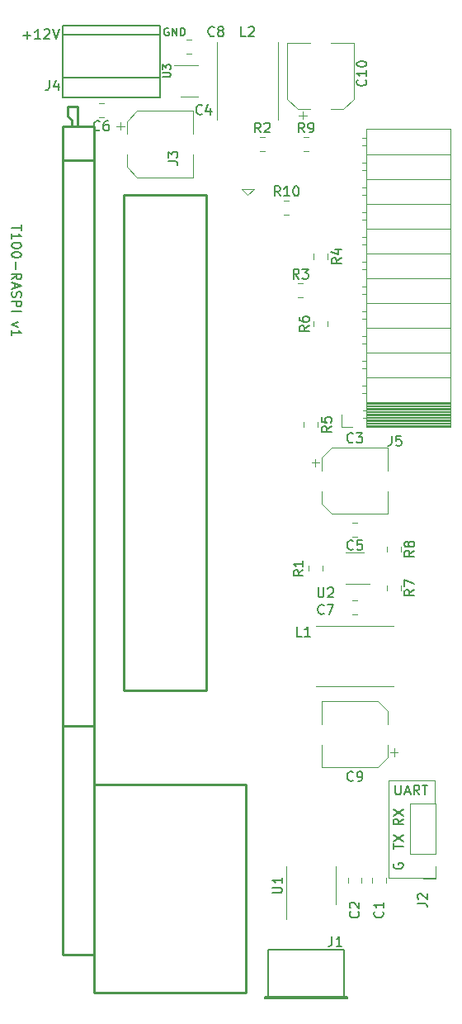
<source format=gbr>
G04 #@! TF.GenerationSoftware,KiCad,Pcbnew,5.1.5+dfsg1-2build2*
G04 #@! TF.CreationDate,2021-01-21T00:37:08+01:00*
G04 #@! TF.ProjectId,t100-raspi,74313030-2d72-4617-9370-692e6b696361,rev?*
G04 #@! TF.SameCoordinates,Original*
G04 #@! TF.FileFunction,Legend,Top*
G04 #@! TF.FilePolarity,Positive*
%FSLAX46Y46*%
G04 Gerber Fmt 4.6, Leading zero omitted, Abs format (unit mm)*
G04 Created by KiCad (PCBNEW 5.1.5+dfsg1-2build2) date 2021-01-21 00:37:08*
%MOMM*%
%LPD*%
G04 APERTURE LIST*
%ADD10C,0.150000*%
%ADD11C,0.120000*%
%ADD12C,0.254000*%
%ADD13C,0.200660*%
G04 APERTURE END LIST*
D10*
X80797619Y-70785714D02*
X80797619Y-71357142D01*
X79797619Y-71071428D02*
X80797619Y-71071428D01*
X79797619Y-72214285D02*
X79797619Y-71642857D01*
X79797619Y-71928571D02*
X80797619Y-71928571D01*
X80654761Y-71833333D01*
X80559523Y-71738095D01*
X80511904Y-71642857D01*
X80797619Y-72833333D02*
X80797619Y-72928571D01*
X80750000Y-73023809D01*
X80702380Y-73071428D01*
X80607142Y-73119047D01*
X80416666Y-73166666D01*
X80178571Y-73166666D01*
X79988095Y-73119047D01*
X79892857Y-73071428D01*
X79845238Y-73023809D01*
X79797619Y-72928571D01*
X79797619Y-72833333D01*
X79845238Y-72738095D01*
X79892857Y-72690476D01*
X79988095Y-72642857D01*
X80178571Y-72595238D01*
X80416666Y-72595238D01*
X80607142Y-72642857D01*
X80702380Y-72690476D01*
X80750000Y-72738095D01*
X80797619Y-72833333D01*
X80797619Y-73785714D02*
X80797619Y-73880952D01*
X80750000Y-73976190D01*
X80702380Y-74023809D01*
X80607142Y-74071428D01*
X80416666Y-74119047D01*
X80178571Y-74119047D01*
X79988095Y-74071428D01*
X79892857Y-74023809D01*
X79845238Y-73976190D01*
X79797619Y-73880952D01*
X79797619Y-73785714D01*
X79845238Y-73690476D01*
X79892857Y-73642857D01*
X79988095Y-73595238D01*
X80178571Y-73547619D01*
X80416666Y-73547619D01*
X80607142Y-73595238D01*
X80702380Y-73642857D01*
X80750000Y-73690476D01*
X80797619Y-73785714D01*
X80178571Y-74547619D02*
X80178571Y-75309523D01*
X79797619Y-76357142D02*
X80273809Y-76023809D01*
X79797619Y-75785714D02*
X80797619Y-75785714D01*
X80797619Y-76166666D01*
X80750000Y-76261904D01*
X80702380Y-76309523D01*
X80607142Y-76357142D01*
X80464285Y-76357142D01*
X80369047Y-76309523D01*
X80321428Y-76261904D01*
X80273809Y-76166666D01*
X80273809Y-75785714D01*
X80083333Y-76738095D02*
X80083333Y-77214285D01*
X79797619Y-76642857D02*
X80797619Y-76976190D01*
X79797619Y-77309523D01*
X79845238Y-77595238D02*
X79797619Y-77738095D01*
X79797619Y-77976190D01*
X79845238Y-78071428D01*
X79892857Y-78119047D01*
X79988095Y-78166666D01*
X80083333Y-78166666D01*
X80178571Y-78119047D01*
X80226190Y-78071428D01*
X80273809Y-77976190D01*
X80321428Y-77785714D01*
X80369047Y-77690476D01*
X80416666Y-77642857D01*
X80511904Y-77595238D01*
X80607142Y-77595238D01*
X80702380Y-77642857D01*
X80750000Y-77690476D01*
X80797619Y-77785714D01*
X80797619Y-78023809D01*
X80750000Y-78166666D01*
X79797619Y-78595238D02*
X80797619Y-78595238D01*
X80797619Y-78976190D01*
X80750000Y-79071428D01*
X80702380Y-79119047D01*
X80607142Y-79166666D01*
X80464285Y-79166666D01*
X80369047Y-79119047D01*
X80321428Y-79071428D01*
X80273809Y-78976190D01*
X80273809Y-78595238D01*
X79797619Y-79595238D02*
X80797619Y-79595238D01*
X80464285Y-80738095D02*
X79797619Y-80976190D01*
X80464285Y-81214285D01*
X79797619Y-82119047D02*
X79797619Y-81547619D01*
X79797619Y-81833333D02*
X80797619Y-81833333D01*
X80654761Y-81738095D01*
X80559523Y-81642857D01*
X80511904Y-81547619D01*
X80988095Y-51321428D02*
X81750000Y-51321428D01*
X81369047Y-51702380D02*
X81369047Y-50940476D01*
X82750000Y-51702380D02*
X82178571Y-51702380D01*
X82464285Y-51702380D02*
X82464285Y-50702380D01*
X82369047Y-50845238D01*
X82273809Y-50940476D01*
X82178571Y-50988095D01*
X83130952Y-50797619D02*
X83178571Y-50750000D01*
X83273809Y-50702380D01*
X83511904Y-50702380D01*
X83607142Y-50750000D01*
X83654761Y-50797619D01*
X83702380Y-50892857D01*
X83702380Y-50988095D01*
X83654761Y-51130952D01*
X83083333Y-51702380D01*
X83702380Y-51702380D01*
X83988095Y-50702380D02*
X84321428Y-51702380D01*
X84654761Y-50702380D01*
X95890476Y-50600000D02*
X95814285Y-50561904D01*
X95700000Y-50561904D01*
X95585714Y-50600000D01*
X95509523Y-50676190D01*
X95471428Y-50752380D01*
X95433333Y-50904761D01*
X95433333Y-51019047D01*
X95471428Y-51171428D01*
X95509523Y-51247619D01*
X95585714Y-51323809D01*
X95700000Y-51361904D01*
X95776190Y-51361904D01*
X95890476Y-51323809D01*
X95928571Y-51285714D01*
X95928571Y-51019047D01*
X95776190Y-51019047D01*
X96271428Y-51361904D02*
X96271428Y-50561904D01*
X96728571Y-51361904D01*
X96728571Y-50561904D01*
X97109523Y-51361904D02*
X97109523Y-50561904D01*
X97300000Y-50561904D01*
X97414285Y-50600000D01*
X97490476Y-50676190D01*
X97528571Y-50752380D01*
X97566666Y-50904761D01*
X97566666Y-51019047D01*
X97528571Y-51171428D01*
X97490476Y-51247619D01*
X97414285Y-51323809D01*
X97300000Y-51361904D01*
X97109523Y-51361904D01*
D11*
X123250000Y-127750000D02*
X123250000Y-130000000D01*
X118500000Y-127750000D02*
X123250000Y-127750000D01*
X118500000Y-137750000D02*
X118500000Y-127750000D01*
X118500000Y-137750000D02*
X123250000Y-137750000D01*
D10*
X119000000Y-136238095D02*
X118952380Y-136333333D01*
X118952380Y-136476190D01*
X119000000Y-136619047D01*
X119095238Y-136714285D01*
X119190476Y-136761904D01*
X119380952Y-136809523D01*
X119523809Y-136809523D01*
X119714285Y-136761904D01*
X119809523Y-136714285D01*
X119904761Y-136619047D01*
X119952380Y-136476190D01*
X119952380Y-136380952D01*
X119904761Y-136238095D01*
X119857142Y-136190476D01*
X119523809Y-136190476D01*
X119523809Y-136380952D01*
X119952380Y-131666666D02*
X119476190Y-132000000D01*
X119952380Y-132238095D02*
X118952380Y-132238095D01*
X118952380Y-131857142D01*
X119000000Y-131761904D01*
X119047619Y-131714285D01*
X119142857Y-131666666D01*
X119285714Y-131666666D01*
X119380952Y-131714285D01*
X119428571Y-131761904D01*
X119476190Y-131857142D01*
X119476190Y-132238095D01*
X118952380Y-131333333D02*
X119952380Y-130666666D01*
X118952380Y-130666666D02*
X119952380Y-131333333D01*
X118952380Y-134761904D02*
X118952380Y-134190476D01*
X119952380Y-134476190D02*
X118952380Y-134476190D01*
X118952380Y-133952380D02*
X119952380Y-133285714D01*
X118952380Y-133285714D02*
X119952380Y-133952380D01*
X119154761Y-128202380D02*
X119154761Y-129011904D01*
X119202380Y-129107142D01*
X119250000Y-129154761D01*
X119345238Y-129202380D01*
X119535714Y-129202380D01*
X119630952Y-129154761D01*
X119678571Y-129107142D01*
X119726190Y-129011904D01*
X119726190Y-128202380D01*
X120154761Y-128916666D02*
X120630952Y-128916666D01*
X120059523Y-129202380D02*
X120392857Y-128202380D01*
X120726190Y-129202380D01*
X121630952Y-129202380D02*
X121297619Y-128726190D01*
X121059523Y-129202380D02*
X121059523Y-128202380D01*
X121440476Y-128202380D01*
X121535714Y-128250000D01*
X121583333Y-128297619D01*
X121630952Y-128392857D01*
X121630952Y-128535714D01*
X121583333Y-128630952D01*
X121535714Y-128678571D01*
X121440476Y-128726190D01*
X121059523Y-128726190D01*
X121916666Y-128202380D02*
X122488095Y-128202380D01*
X122202380Y-129202380D02*
X122202380Y-128202380D01*
D12*
X85020000Y-122130001D02*
X88220000Y-122130001D01*
X85020000Y-64130001D02*
X88220000Y-64130001D01*
D11*
X104635000Y-67095000D02*
X104000000Y-67730000D01*
X103365000Y-67095000D02*
X104635000Y-67095000D01*
X104000000Y-67730000D02*
X103365000Y-67095000D01*
D12*
X85570000Y-59526447D02*
X85920000Y-60083554D01*
X85570000Y-58630000D02*
X85570000Y-59526447D01*
X86570000Y-58630000D02*
X85570000Y-58630000D01*
X86570000Y-58630000D02*
X86570000Y-60630001D01*
X99760000Y-67730001D02*
X99760000Y-118530000D01*
X91260000Y-67730001D02*
X99760000Y-67730001D01*
X91260000Y-118530000D02*
X91260000Y-67730001D01*
X99760000Y-118530000D02*
X91260000Y-118530000D01*
X88220000Y-60630001D02*
X85020000Y-60630001D01*
X88220000Y-145630000D02*
X85020000Y-145630000D01*
X88220000Y-149523826D02*
X88220000Y-128123826D01*
X103820001Y-149523826D02*
X103820001Y-128123826D01*
X103820001Y-149523826D02*
X88220000Y-149523826D01*
X103820001Y-128123826D02*
X88220000Y-128123826D01*
X88220000Y-145630000D02*
X88220000Y-60630001D01*
X85020000Y-145630000D02*
X85020000Y-60630001D01*
X85920000Y-60083554D02*
X85920000Y-60630001D01*
D11*
X98900000Y-54390000D02*
X96450000Y-54390000D01*
X97100000Y-57610000D02*
X98900000Y-57610000D01*
X114100000Y-107610000D02*
X116550000Y-107610000D01*
X115900000Y-104390000D02*
X114100000Y-104390000D01*
X107940000Y-138500000D02*
X107940000Y-141950000D01*
X107940000Y-138500000D02*
X107940000Y-136550000D01*
X113060000Y-138500000D02*
X113060000Y-140450000D01*
X113060000Y-138500000D02*
X113060000Y-136550000D01*
X107741422Y-69710000D02*
X108258578Y-69710000D01*
X107741422Y-68290000D02*
X108258578Y-68290000D01*
X109741422Y-63210000D02*
X110258578Y-63210000D01*
X109741422Y-61790000D02*
X110258578Y-61790000D01*
X118290000Y-103741422D02*
X118290000Y-104258578D01*
X119710000Y-103741422D02*
X119710000Y-104258578D01*
X118290000Y-107741422D02*
X118290000Y-108258578D01*
X119710000Y-107741422D02*
X119710000Y-108258578D01*
X112210000Y-81196078D02*
X112210000Y-80678922D01*
X110790000Y-81196078D02*
X110790000Y-80678922D01*
X109790000Y-90991422D02*
X109790000Y-91508578D01*
X111210000Y-90991422D02*
X111210000Y-91508578D01*
X110790000Y-73741422D02*
X110790000Y-74258578D01*
X112210000Y-73741422D02*
X112210000Y-74258578D01*
X109178922Y-78210000D02*
X109696078Y-78210000D01*
X109178922Y-76790000D02*
X109696078Y-76790000D01*
X105241422Y-63210000D02*
X105758578Y-63210000D01*
X105241422Y-61790000D02*
X105758578Y-61790000D01*
X110290000Y-105741422D02*
X110290000Y-106258578D01*
X111710000Y-105741422D02*
X111710000Y-106258578D01*
X100900000Y-52000000D02*
X100900000Y-60000000D01*
X107100000Y-52000000D02*
X107100000Y-60000000D01*
X111000000Y-118100000D02*
X119000000Y-118100000D01*
X111000000Y-111900000D02*
X119000000Y-111900000D01*
X114750000Y-91520000D02*
X113640000Y-91520000D01*
X113640000Y-91520000D02*
X113640000Y-90190000D01*
X124840000Y-91520000D02*
X124840000Y-60920000D01*
X124840000Y-60920000D02*
X116210000Y-60920000D01*
X116210000Y-91520000D02*
X116210000Y-60920000D01*
X124840000Y-91520000D02*
X116210000Y-91520000D01*
X124840000Y-63520000D02*
X116210000Y-63520000D01*
X124840000Y-66060000D02*
X116210000Y-66060000D01*
X124840000Y-68600000D02*
X116210000Y-68600000D01*
X124840000Y-71140000D02*
X116210000Y-71140000D01*
X124840000Y-73680000D02*
X116210000Y-73680000D01*
X124840000Y-76220000D02*
X116210000Y-76220000D01*
X124840000Y-78760000D02*
X116210000Y-78760000D01*
X124840000Y-81300000D02*
X116210000Y-81300000D01*
X124840000Y-83840000D02*
X116210000Y-83840000D01*
X124840000Y-86380000D02*
X116210000Y-86380000D01*
X124840000Y-88920000D02*
X116210000Y-88920000D01*
X116210000Y-61890000D02*
X115800000Y-61890000D01*
X116210000Y-62610000D02*
X115800000Y-62610000D01*
X116210000Y-64430000D02*
X115800000Y-64430000D01*
X116210000Y-65150000D02*
X115800000Y-65150000D01*
X116210000Y-66970000D02*
X115800000Y-66970000D01*
X116210000Y-67690000D02*
X115800000Y-67690000D01*
X116210000Y-69510000D02*
X115800000Y-69510000D01*
X116210000Y-70230000D02*
X115800000Y-70230000D01*
X116210000Y-72050000D02*
X115800000Y-72050000D01*
X116210000Y-72770000D02*
X115800000Y-72770000D01*
X116210000Y-74590000D02*
X115800000Y-74590000D01*
X116210000Y-75310000D02*
X115800000Y-75310000D01*
X116210000Y-77130000D02*
X115800000Y-77130000D01*
X116210000Y-77850000D02*
X115800000Y-77850000D01*
X116210000Y-79670000D02*
X115800000Y-79670000D01*
X116210000Y-80390000D02*
X115800000Y-80390000D01*
X116210000Y-82210000D02*
X115800000Y-82210000D01*
X116210000Y-82930000D02*
X115800000Y-82930000D01*
X116210000Y-84750000D02*
X115800000Y-84750000D01*
X116210000Y-85470000D02*
X115800000Y-85470000D01*
X116210000Y-87290000D02*
X115800000Y-87290000D01*
X116210000Y-88010000D02*
X115800000Y-88010000D01*
X116210000Y-89830000D02*
X115860000Y-89830000D01*
X116210000Y-90550000D02*
X115860000Y-90550000D01*
X124840000Y-89038100D02*
X116210000Y-89038100D01*
X124840000Y-89156195D02*
X116210000Y-89156195D01*
X124840000Y-89274290D02*
X116210000Y-89274290D01*
X124840000Y-89392385D02*
X116210000Y-89392385D01*
X124840000Y-89510480D02*
X116210000Y-89510480D01*
X124840000Y-89628575D02*
X116210000Y-89628575D01*
X124840000Y-89746670D02*
X116210000Y-89746670D01*
X124840000Y-89864765D02*
X116210000Y-89864765D01*
X124840000Y-89982860D02*
X116210000Y-89982860D01*
X124840000Y-90100955D02*
X116210000Y-90100955D01*
X124840000Y-90219050D02*
X116210000Y-90219050D01*
X124840000Y-90337145D02*
X116210000Y-90337145D01*
X124840000Y-90455240D02*
X116210000Y-90455240D01*
X124840000Y-90573335D02*
X116210000Y-90573335D01*
X124840000Y-90691430D02*
X116210000Y-90691430D01*
X124840000Y-90809525D02*
X116210000Y-90809525D01*
X124840000Y-90927620D02*
X116210000Y-90927620D01*
X124840000Y-91045715D02*
X116210000Y-91045715D01*
X124840000Y-91163810D02*
X116210000Y-91163810D01*
X124840000Y-91281905D02*
X116210000Y-91281905D01*
X124840000Y-91400000D02*
X116210000Y-91400000D01*
D10*
X95000000Y-57700000D02*
X85000000Y-57700000D01*
X85000000Y-57700000D02*
X85000000Y-50300000D01*
X85000000Y-50300000D02*
X95000000Y-50300000D01*
X95000000Y-50300000D02*
X95000000Y-57700000D01*
X95000000Y-55700000D02*
X85000000Y-55700000D01*
X95000000Y-51300000D02*
X85000000Y-51300000D01*
D11*
X123330000Y-137830000D02*
X122000000Y-137830000D01*
X123330000Y-136500000D02*
X123330000Y-137830000D01*
X123330000Y-135230000D02*
X120670000Y-135230000D01*
X120670000Y-135230000D02*
X120670000Y-130090000D01*
X123330000Y-135230000D02*
X123330000Y-130090000D01*
X123330000Y-130090000D02*
X120670000Y-130090000D01*
D13*
X113898900Y-145099320D02*
X113898900Y-150100580D01*
X106101100Y-145099320D02*
X113898900Y-145099320D01*
X106101100Y-150100580D02*
X106101100Y-145099320D01*
X105798840Y-149899920D02*
X105798840Y-150100580D01*
X114201160Y-149899920D02*
X105798840Y-149899920D01*
X114201160Y-150100580D02*
X114201160Y-149899920D01*
X105798840Y-150100580D02*
X114201160Y-150100580D01*
X105798840Y-149998980D02*
X114201160Y-149998980D01*
D11*
X109258750Y-59543750D02*
X110046250Y-59543750D01*
X109652500Y-59937500D02*
X109652500Y-59150000D01*
X113845563Y-58910000D02*
X114910000Y-57845563D01*
X109154437Y-58910000D02*
X108090000Y-57845563D01*
X109154437Y-58910000D02*
X110440000Y-58910000D01*
X113845563Y-58910000D02*
X112560000Y-58910000D01*
X114910000Y-57845563D02*
X114910000Y-52090000D01*
X108090000Y-57845563D02*
X108090000Y-52090000D01*
X108090000Y-52090000D02*
X110440000Y-52090000D01*
X114910000Y-52090000D02*
X112560000Y-52090000D01*
X119043750Y-125241250D02*
X119043750Y-124453750D01*
X119437500Y-124847500D02*
X118650000Y-124847500D01*
X118410000Y-120654437D02*
X117345563Y-119590000D01*
X118410000Y-125345563D02*
X117345563Y-126410000D01*
X118410000Y-125345563D02*
X118410000Y-124060000D01*
X118410000Y-120654437D02*
X118410000Y-121940000D01*
X117345563Y-119590000D02*
X111590000Y-119590000D01*
X117345563Y-126410000D02*
X111590000Y-126410000D01*
X111590000Y-126410000D02*
X111590000Y-124060000D01*
X111590000Y-119590000D02*
X111590000Y-121940000D01*
X97741422Y-53210000D02*
X98258578Y-53210000D01*
X97741422Y-51790000D02*
X98258578Y-51790000D01*
X115258578Y-109290000D02*
X114741422Y-109290000D01*
X115258578Y-110710000D02*
X114741422Y-110710000D01*
X89258578Y-58290000D02*
X88741422Y-58290000D01*
X89258578Y-59710000D02*
X88741422Y-59710000D01*
X115258578Y-101290000D02*
X114741422Y-101290000D01*
X115258578Y-102710000D02*
X114741422Y-102710000D01*
X90956250Y-60258750D02*
X90956250Y-61046250D01*
X90562500Y-60652500D02*
X91350000Y-60652500D01*
X91590000Y-64845563D02*
X92654437Y-65910000D01*
X91590000Y-60154437D02*
X92654437Y-59090000D01*
X91590000Y-60154437D02*
X91590000Y-61440000D01*
X91590000Y-64845563D02*
X91590000Y-63560000D01*
X92654437Y-65910000D02*
X98410000Y-65910000D01*
X92654437Y-59090000D02*
X98410000Y-59090000D01*
X98410000Y-59090000D02*
X98410000Y-61440000D01*
X98410000Y-65910000D02*
X98410000Y-63560000D01*
X110956250Y-94758750D02*
X110956250Y-95546250D01*
X110562500Y-95152500D02*
X111350000Y-95152500D01*
X111590000Y-99345563D02*
X112654437Y-100410000D01*
X111590000Y-94654437D02*
X112654437Y-93590000D01*
X111590000Y-94654437D02*
X111590000Y-95940000D01*
X111590000Y-99345563D02*
X111590000Y-98060000D01*
X112654437Y-100410000D02*
X118410000Y-100410000D01*
X112654437Y-93590000D02*
X118410000Y-93590000D01*
X118410000Y-93590000D02*
X118410000Y-95940000D01*
X118410000Y-100410000D02*
X118410000Y-98060000D01*
X114290000Y-137738748D02*
X114290000Y-138261252D01*
X115710000Y-137738748D02*
X115710000Y-138261252D01*
X116790000Y-137738748D02*
X116790000Y-138261252D01*
X118210000Y-137738748D02*
X118210000Y-138261252D01*
D10*
X95832380Y-64253333D02*
X96546666Y-64253333D01*
X96689523Y-64300952D01*
X96784761Y-64396190D01*
X96832380Y-64539047D01*
X96832380Y-64634285D01*
X95832380Y-63872380D02*
X95832380Y-63253333D01*
X96213333Y-63586666D01*
X96213333Y-63443809D01*
X96260952Y-63348571D01*
X96308571Y-63300952D01*
X96403809Y-63253333D01*
X96641904Y-63253333D01*
X96737142Y-63300952D01*
X96784761Y-63348571D01*
X96832380Y-63443809D01*
X96832380Y-63729523D01*
X96784761Y-63824761D01*
X96737142Y-63872380D01*
X95311904Y-55609523D02*
X95959523Y-55609523D01*
X96035714Y-55571428D01*
X96073809Y-55533333D01*
X96111904Y-55457142D01*
X96111904Y-55304761D01*
X96073809Y-55228571D01*
X96035714Y-55190476D01*
X95959523Y-55152380D01*
X95311904Y-55152380D01*
X95311904Y-54847619D02*
X95311904Y-54352380D01*
X95616666Y-54619047D01*
X95616666Y-54504761D01*
X95654761Y-54428571D01*
X95692857Y-54390476D01*
X95769047Y-54352380D01*
X95959523Y-54352380D01*
X96035714Y-54390476D01*
X96073809Y-54428571D01*
X96111904Y-54504761D01*
X96111904Y-54733333D01*
X96073809Y-54809523D01*
X96035714Y-54847619D01*
X111238095Y-107952380D02*
X111238095Y-108761904D01*
X111285714Y-108857142D01*
X111333333Y-108904761D01*
X111428571Y-108952380D01*
X111619047Y-108952380D01*
X111714285Y-108904761D01*
X111761904Y-108857142D01*
X111809523Y-108761904D01*
X111809523Y-107952380D01*
X112238095Y-108047619D02*
X112285714Y-108000000D01*
X112380952Y-107952380D01*
X112619047Y-107952380D01*
X112714285Y-108000000D01*
X112761904Y-108047619D01*
X112809523Y-108142857D01*
X112809523Y-108238095D01*
X112761904Y-108380952D01*
X112190476Y-108952380D01*
X112809523Y-108952380D01*
X106552380Y-139261904D02*
X107361904Y-139261904D01*
X107457142Y-139214285D01*
X107504761Y-139166666D01*
X107552380Y-139071428D01*
X107552380Y-138880952D01*
X107504761Y-138785714D01*
X107457142Y-138738095D01*
X107361904Y-138690476D01*
X106552380Y-138690476D01*
X107552380Y-137690476D02*
X107552380Y-138261904D01*
X107552380Y-137976190D02*
X106552380Y-137976190D01*
X106695238Y-138071428D01*
X106790476Y-138166666D01*
X106838095Y-138261904D01*
X107357142Y-67802380D02*
X107023809Y-67326190D01*
X106785714Y-67802380D02*
X106785714Y-66802380D01*
X107166666Y-66802380D01*
X107261904Y-66850000D01*
X107309523Y-66897619D01*
X107357142Y-66992857D01*
X107357142Y-67135714D01*
X107309523Y-67230952D01*
X107261904Y-67278571D01*
X107166666Y-67326190D01*
X106785714Y-67326190D01*
X108309523Y-67802380D02*
X107738095Y-67802380D01*
X108023809Y-67802380D02*
X108023809Y-66802380D01*
X107928571Y-66945238D01*
X107833333Y-67040476D01*
X107738095Y-67088095D01*
X108928571Y-66802380D02*
X109023809Y-66802380D01*
X109119047Y-66850000D01*
X109166666Y-66897619D01*
X109214285Y-66992857D01*
X109261904Y-67183333D01*
X109261904Y-67421428D01*
X109214285Y-67611904D01*
X109166666Y-67707142D01*
X109119047Y-67754761D01*
X109023809Y-67802380D01*
X108928571Y-67802380D01*
X108833333Y-67754761D01*
X108785714Y-67707142D01*
X108738095Y-67611904D01*
X108690476Y-67421428D01*
X108690476Y-67183333D01*
X108738095Y-66992857D01*
X108785714Y-66897619D01*
X108833333Y-66850000D01*
X108928571Y-66802380D01*
X109833333Y-61302380D02*
X109500000Y-60826190D01*
X109261904Y-61302380D02*
X109261904Y-60302380D01*
X109642857Y-60302380D01*
X109738095Y-60350000D01*
X109785714Y-60397619D01*
X109833333Y-60492857D01*
X109833333Y-60635714D01*
X109785714Y-60730952D01*
X109738095Y-60778571D01*
X109642857Y-60826190D01*
X109261904Y-60826190D01*
X110309523Y-61302380D02*
X110500000Y-61302380D01*
X110595238Y-61254761D01*
X110642857Y-61207142D01*
X110738095Y-61064285D01*
X110785714Y-60873809D01*
X110785714Y-60492857D01*
X110738095Y-60397619D01*
X110690476Y-60350000D01*
X110595238Y-60302380D01*
X110404761Y-60302380D01*
X110309523Y-60350000D01*
X110261904Y-60397619D01*
X110214285Y-60492857D01*
X110214285Y-60730952D01*
X110261904Y-60826190D01*
X110309523Y-60873809D01*
X110404761Y-60921428D01*
X110595238Y-60921428D01*
X110690476Y-60873809D01*
X110738095Y-60826190D01*
X110785714Y-60730952D01*
X121102380Y-104166666D02*
X120626190Y-104500000D01*
X121102380Y-104738095D02*
X120102380Y-104738095D01*
X120102380Y-104357142D01*
X120150000Y-104261904D01*
X120197619Y-104214285D01*
X120292857Y-104166666D01*
X120435714Y-104166666D01*
X120530952Y-104214285D01*
X120578571Y-104261904D01*
X120626190Y-104357142D01*
X120626190Y-104738095D01*
X120530952Y-103595238D02*
X120483333Y-103690476D01*
X120435714Y-103738095D01*
X120340476Y-103785714D01*
X120292857Y-103785714D01*
X120197619Y-103738095D01*
X120150000Y-103690476D01*
X120102380Y-103595238D01*
X120102380Y-103404761D01*
X120150000Y-103309523D01*
X120197619Y-103261904D01*
X120292857Y-103214285D01*
X120340476Y-103214285D01*
X120435714Y-103261904D01*
X120483333Y-103309523D01*
X120530952Y-103404761D01*
X120530952Y-103595238D01*
X120578571Y-103690476D01*
X120626190Y-103738095D01*
X120721428Y-103785714D01*
X120911904Y-103785714D01*
X121007142Y-103738095D01*
X121054761Y-103690476D01*
X121102380Y-103595238D01*
X121102380Y-103404761D01*
X121054761Y-103309523D01*
X121007142Y-103261904D01*
X120911904Y-103214285D01*
X120721428Y-103214285D01*
X120626190Y-103261904D01*
X120578571Y-103309523D01*
X120530952Y-103404761D01*
X121102380Y-108166666D02*
X120626190Y-108500000D01*
X121102380Y-108738095D02*
X120102380Y-108738095D01*
X120102380Y-108357142D01*
X120150000Y-108261904D01*
X120197619Y-108214285D01*
X120292857Y-108166666D01*
X120435714Y-108166666D01*
X120530952Y-108214285D01*
X120578571Y-108261904D01*
X120626190Y-108357142D01*
X120626190Y-108738095D01*
X120102380Y-107833333D02*
X120102380Y-107166666D01*
X121102380Y-107595238D01*
X110302380Y-81104166D02*
X109826190Y-81437500D01*
X110302380Y-81675595D02*
X109302380Y-81675595D01*
X109302380Y-81294642D01*
X109350000Y-81199404D01*
X109397619Y-81151785D01*
X109492857Y-81104166D01*
X109635714Y-81104166D01*
X109730952Y-81151785D01*
X109778571Y-81199404D01*
X109826190Y-81294642D01*
X109826190Y-81675595D01*
X109302380Y-80247023D02*
X109302380Y-80437500D01*
X109350000Y-80532738D01*
X109397619Y-80580357D01*
X109540476Y-80675595D01*
X109730952Y-80723214D01*
X110111904Y-80723214D01*
X110207142Y-80675595D01*
X110254761Y-80627976D01*
X110302380Y-80532738D01*
X110302380Y-80342261D01*
X110254761Y-80247023D01*
X110207142Y-80199404D01*
X110111904Y-80151785D01*
X109873809Y-80151785D01*
X109778571Y-80199404D01*
X109730952Y-80247023D01*
X109683333Y-80342261D01*
X109683333Y-80532738D01*
X109730952Y-80627976D01*
X109778571Y-80675595D01*
X109873809Y-80723214D01*
X112602380Y-91416666D02*
X112126190Y-91750000D01*
X112602380Y-91988095D02*
X111602380Y-91988095D01*
X111602380Y-91607142D01*
X111650000Y-91511904D01*
X111697619Y-91464285D01*
X111792857Y-91416666D01*
X111935714Y-91416666D01*
X112030952Y-91464285D01*
X112078571Y-91511904D01*
X112126190Y-91607142D01*
X112126190Y-91988095D01*
X111602380Y-90511904D02*
X111602380Y-90988095D01*
X112078571Y-91035714D01*
X112030952Y-90988095D01*
X111983333Y-90892857D01*
X111983333Y-90654761D01*
X112030952Y-90559523D01*
X112078571Y-90511904D01*
X112173809Y-90464285D01*
X112411904Y-90464285D01*
X112507142Y-90511904D01*
X112554761Y-90559523D01*
X112602380Y-90654761D01*
X112602380Y-90892857D01*
X112554761Y-90988095D01*
X112507142Y-91035714D01*
X113602380Y-74166666D02*
X113126190Y-74500000D01*
X113602380Y-74738095D02*
X112602380Y-74738095D01*
X112602380Y-74357142D01*
X112650000Y-74261904D01*
X112697619Y-74214285D01*
X112792857Y-74166666D01*
X112935714Y-74166666D01*
X113030952Y-74214285D01*
X113078571Y-74261904D01*
X113126190Y-74357142D01*
X113126190Y-74738095D01*
X112935714Y-73309523D02*
X113602380Y-73309523D01*
X112554761Y-73547619D02*
X113269047Y-73785714D01*
X113269047Y-73166666D01*
X109270833Y-76302380D02*
X108937500Y-75826190D01*
X108699404Y-76302380D02*
X108699404Y-75302380D01*
X109080357Y-75302380D01*
X109175595Y-75350000D01*
X109223214Y-75397619D01*
X109270833Y-75492857D01*
X109270833Y-75635714D01*
X109223214Y-75730952D01*
X109175595Y-75778571D01*
X109080357Y-75826190D01*
X108699404Y-75826190D01*
X109604166Y-75302380D02*
X110223214Y-75302380D01*
X109889880Y-75683333D01*
X110032738Y-75683333D01*
X110127976Y-75730952D01*
X110175595Y-75778571D01*
X110223214Y-75873809D01*
X110223214Y-76111904D01*
X110175595Y-76207142D01*
X110127976Y-76254761D01*
X110032738Y-76302380D01*
X109747023Y-76302380D01*
X109651785Y-76254761D01*
X109604166Y-76207142D01*
X105333333Y-61302380D02*
X105000000Y-60826190D01*
X104761904Y-61302380D02*
X104761904Y-60302380D01*
X105142857Y-60302380D01*
X105238095Y-60350000D01*
X105285714Y-60397619D01*
X105333333Y-60492857D01*
X105333333Y-60635714D01*
X105285714Y-60730952D01*
X105238095Y-60778571D01*
X105142857Y-60826190D01*
X104761904Y-60826190D01*
X105714285Y-60397619D02*
X105761904Y-60350000D01*
X105857142Y-60302380D01*
X106095238Y-60302380D01*
X106190476Y-60350000D01*
X106238095Y-60397619D01*
X106285714Y-60492857D01*
X106285714Y-60588095D01*
X106238095Y-60730952D01*
X105666666Y-61302380D01*
X106285714Y-61302380D01*
X109702380Y-106166666D02*
X109226190Y-106500000D01*
X109702380Y-106738095D02*
X108702380Y-106738095D01*
X108702380Y-106357142D01*
X108750000Y-106261904D01*
X108797619Y-106214285D01*
X108892857Y-106166666D01*
X109035714Y-106166666D01*
X109130952Y-106214285D01*
X109178571Y-106261904D01*
X109226190Y-106357142D01*
X109226190Y-106738095D01*
X109702380Y-105214285D02*
X109702380Y-105785714D01*
X109702380Y-105500000D02*
X108702380Y-105500000D01*
X108845238Y-105595238D01*
X108940476Y-105690476D01*
X108988095Y-105785714D01*
X103833333Y-51452380D02*
X103357142Y-51452380D01*
X103357142Y-50452380D01*
X104119047Y-50547619D02*
X104166666Y-50500000D01*
X104261904Y-50452380D01*
X104500000Y-50452380D01*
X104595238Y-50500000D01*
X104642857Y-50547619D01*
X104690476Y-50642857D01*
X104690476Y-50738095D01*
X104642857Y-50880952D01*
X104071428Y-51452380D01*
X104690476Y-51452380D01*
X109583333Y-112952380D02*
X109107142Y-112952380D01*
X109107142Y-111952380D01*
X110440476Y-112952380D02*
X109869047Y-112952380D01*
X110154761Y-112952380D02*
X110154761Y-111952380D01*
X110059523Y-112095238D01*
X109964285Y-112190476D01*
X109869047Y-112238095D01*
X118796666Y-92412380D02*
X118796666Y-93126666D01*
X118749047Y-93269523D01*
X118653809Y-93364761D01*
X118510952Y-93412380D01*
X118415714Y-93412380D01*
X119749047Y-92412380D02*
X119272857Y-92412380D01*
X119225238Y-92888571D01*
X119272857Y-92840952D01*
X119368095Y-92793333D01*
X119606190Y-92793333D01*
X119701428Y-92840952D01*
X119749047Y-92888571D01*
X119796666Y-92983809D01*
X119796666Y-93221904D01*
X119749047Y-93317142D01*
X119701428Y-93364761D01*
X119606190Y-93412380D01*
X119368095Y-93412380D01*
X119272857Y-93364761D01*
X119225238Y-93317142D01*
X83666666Y-55952380D02*
X83666666Y-56666666D01*
X83619047Y-56809523D01*
X83523809Y-56904761D01*
X83380952Y-56952380D01*
X83285714Y-56952380D01*
X84571428Y-56285714D02*
X84571428Y-56952380D01*
X84333333Y-55904761D02*
X84095238Y-56619047D01*
X84714285Y-56619047D01*
X121452380Y-140333333D02*
X122166666Y-140333333D01*
X122309523Y-140380952D01*
X122404761Y-140476190D01*
X122452380Y-140619047D01*
X122452380Y-140714285D01*
X121547619Y-139904761D02*
X121500000Y-139857142D01*
X121452380Y-139761904D01*
X121452380Y-139523809D01*
X121500000Y-139428571D01*
X121547619Y-139380952D01*
X121642857Y-139333333D01*
X121738095Y-139333333D01*
X121880952Y-139380952D01*
X122452380Y-139952380D01*
X122452380Y-139333333D01*
X112666666Y-143702380D02*
X112666666Y-144416666D01*
X112619047Y-144559523D01*
X112523809Y-144654761D01*
X112380952Y-144702380D01*
X112285714Y-144702380D01*
X113666666Y-144702380D02*
X113095238Y-144702380D01*
X113380952Y-144702380D02*
X113380952Y-143702380D01*
X113285714Y-143845238D01*
X113190476Y-143940476D01*
X113095238Y-143988095D01*
X116107142Y-55892857D02*
X116154761Y-55940476D01*
X116202380Y-56083333D01*
X116202380Y-56178571D01*
X116154761Y-56321428D01*
X116059523Y-56416666D01*
X115964285Y-56464285D01*
X115773809Y-56511904D01*
X115630952Y-56511904D01*
X115440476Y-56464285D01*
X115345238Y-56416666D01*
X115250000Y-56321428D01*
X115202380Y-56178571D01*
X115202380Y-56083333D01*
X115250000Y-55940476D01*
X115297619Y-55892857D01*
X116202380Y-54940476D02*
X116202380Y-55511904D01*
X116202380Y-55226190D02*
X115202380Y-55226190D01*
X115345238Y-55321428D01*
X115440476Y-55416666D01*
X115488095Y-55511904D01*
X115202380Y-54321428D02*
X115202380Y-54226190D01*
X115250000Y-54130952D01*
X115297619Y-54083333D01*
X115392857Y-54035714D01*
X115583333Y-53988095D01*
X115821428Y-53988095D01*
X116011904Y-54035714D01*
X116107142Y-54083333D01*
X116154761Y-54130952D01*
X116202380Y-54226190D01*
X116202380Y-54321428D01*
X116154761Y-54416666D01*
X116107142Y-54464285D01*
X116011904Y-54511904D01*
X115821428Y-54559523D01*
X115583333Y-54559523D01*
X115392857Y-54511904D01*
X115297619Y-54464285D01*
X115250000Y-54416666D01*
X115202380Y-54321428D01*
X114833333Y-127707142D02*
X114785714Y-127754761D01*
X114642857Y-127802380D01*
X114547619Y-127802380D01*
X114404761Y-127754761D01*
X114309523Y-127659523D01*
X114261904Y-127564285D01*
X114214285Y-127373809D01*
X114214285Y-127230952D01*
X114261904Y-127040476D01*
X114309523Y-126945238D01*
X114404761Y-126850000D01*
X114547619Y-126802380D01*
X114642857Y-126802380D01*
X114785714Y-126850000D01*
X114833333Y-126897619D01*
X115309523Y-127802380D02*
X115500000Y-127802380D01*
X115595238Y-127754761D01*
X115642857Y-127707142D01*
X115738095Y-127564285D01*
X115785714Y-127373809D01*
X115785714Y-126992857D01*
X115738095Y-126897619D01*
X115690476Y-126850000D01*
X115595238Y-126802380D01*
X115404761Y-126802380D01*
X115309523Y-126850000D01*
X115261904Y-126897619D01*
X115214285Y-126992857D01*
X115214285Y-127230952D01*
X115261904Y-127326190D01*
X115309523Y-127373809D01*
X115404761Y-127421428D01*
X115595238Y-127421428D01*
X115690476Y-127373809D01*
X115738095Y-127326190D01*
X115785714Y-127230952D01*
X100583333Y-51357142D02*
X100535714Y-51404761D01*
X100392857Y-51452380D01*
X100297619Y-51452380D01*
X100154761Y-51404761D01*
X100059523Y-51309523D01*
X100011904Y-51214285D01*
X99964285Y-51023809D01*
X99964285Y-50880952D01*
X100011904Y-50690476D01*
X100059523Y-50595238D01*
X100154761Y-50500000D01*
X100297619Y-50452380D01*
X100392857Y-50452380D01*
X100535714Y-50500000D01*
X100583333Y-50547619D01*
X101154761Y-50880952D02*
X101059523Y-50833333D01*
X101011904Y-50785714D01*
X100964285Y-50690476D01*
X100964285Y-50642857D01*
X101011904Y-50547619D01*
X101059523Y-50500000D01*
X101154761Y-50452380D01*
X101345238Y-50452380D01*
X101440476Y-50500000D01*
X101488095Y-50547619D01*
X101535714Y-50642857D01*
X101535714Y-50690476D01*
X101488095Y-50785714D01*
X101440476Y-50833333D01*
X101345238Y-50880952D01*
X101154761Y-50880952D01*
X101059523Y-50928571D01*
X101011904Y-50976190D01*
X100964285Y-51071428D01*
X100964285Y-51261904D01*
X101011904Y-51357142D01*
X101059523Y-51404761D01*
X101154761Y-51452380D01*
X101345238Y-51452380D01*
X101440476Y-51404761D01*
X101488095Y-51357142D01*
X101535714Y-51261904D01*
X101535714Y-51071428D01*
X101488095Y-50976190D01*
X101440476Y-50928571D01*
X101345238Y-50880952D01*
X111833333Y-110607142D02*
X111785714Y-110654761D01*
X111642857Y-110702380D01*
X111547619Y-110702380D01*
X111404761Y-110654761D01*
X111309523Y-110559523D01*
X111261904Y-110464285D01*
X111214285Y-110273809D01*
X111214285Y-110130952D01*
X111261904Y-109940476D01*
X111309523Y-109845238D01*
X111404761Y-109750000D01*
X111547619Y-109702380D01*
X111642857Y-109702380D01*
X111785714Y-109750000D01*
X111833333Y-109797619D01*
X112166666Y-109702380D02*
X112833333Y-109702380D01*
X112404761Y-110702380D01*
X88833333Y-61007142D02*
X88785714Y-61054761D01*
X88642857Y-61102380D01*
X88547619Y-61102380D01*
X88404761Y-61054761D01*
X88309523Y-60959523D01*
X88261904Y-60864285D01*
X88214285Y-60673809D01*
X88214285Y-60530952D01*
X88261904Y-60340476D01*
X88309523Y-60245238D01*
X88404761Y-60150000D01*
X88547619Y-60102380D01*
X88642857Y-60102380D01*
X88785714Y-60150000D01*
X88833333Y-60197619D01*
X89690476Y-60102380D02*
X89500000Y-60102380D01*
X89404761Y-60150000D01*
X89357142Y-60197619D01*
X89261904Y-60340476D01*
X89214285Y-60530952D01*
X89214285Y-60911904D01*
X89261904Y-61007142D01*
X89309523Y-61054761D01*
X89404761Y-61102380D01*
X89595238Y-61102380D01*
X89690476Y-61054761D01*
X89738095Y-61007142D01*
X89785714Y-60911904D01*
X89785714Y-60673809D01*
X89738095Y-60578571D01*
X89690476Y-60530952D01*
X89595238Y-60483333D01*
X89404761Y-60483333D01*
X89309523Y-60530952D01*
X89261904Y-60578571D01*
X89214285Y-60673809D01*
X114833333Y-104007142D02*
X114785714Y-104054761D01*
X114642857Y-104102380D01*
X114547619Y-104102380D01*
X114404761Y-104054761D01*
X114309523Y-103959523D01*
X114261904Y-103864285D01*
X114214285Y-103673809D01*
X114214285Y-103530952D01*
X114261904Y-103340476D01*
X114309523Y-103245238D01*
X114404761Y-103150000D01*
X114547619Y-103102380D01*
X114642857Y-103102380D01*
X114785714Y-103150000D01*
X114833333Y-103197619D01*
X115738095Y-103102380D02*
X115261904Y-103102380D01*
X115214285Y-103578571D01*
X115261904Y-103530952D01*
X115357142Y-103483333D01*
X115595238Y-103483333D01*
X115690476Y-103530952D01*
X115738095Y-103578571D01*
X115785714Y-103673809D01*
X115785714Y-103911904D01*
X115738095Y-104007142D01*
X115690476Y-104054761D01*
X115595238Y-104102380D01*
X115357142Y-104102380D01*
X115261904Y-104054761D01*
X115214285Y-104007142D01*
X99333333Y-59357142D02*
X99285714Y-59404761D01*
X99142857Y-59452380D01*
X99047619Y-59452380D01*
X98904761Y-59404761D01*
X98809523Y-59309523D01*
X98761904Y-59214285D01*
X98714285Y-59023809D01*
X98714285Y-58880952D01*
X98761904Y-58690476D01*
X98809523Y-58595238D01*
X98904761Y-58500000D01*
X99047619Y-58452380D01*
X99142857Y-58452380D01*
X99285714Y-58500000D01*
X99333333Y-58547619D01*
X100190476Y-58785714D02*
X100190476Y-59452380D01*
X99952380Y-58404761D02*
X99714285Y-59119047D01*
X100333333Y-59119047D01*
X114833333Y-93007142D02*
X114785714Y-93054761D01*
X114642857Y-93102380D01*
X114547619Y-93102380D01*
X114404761Y-93054761D01*
X114309523Y-92959523D01*
X114261904Y-92864285D01*
X114214285Y-92673809D01*
X114214285Y-92530952D01*
X114261904Y-92340476D01*
X114309523Y-92245238D01*
X114404761Y-92150000D01*
X114547619Y-92102380D01*
X114642857Y-92102380D01*
X114785714Y-92150000D01*
X114833333Y-92197619D01*
X115166666Y-92102380D02*
X115785714Y-92102380D01*
X115452380Y-92483333D01*
X115595238Y-92483333D01*
X115690476Y-92530952D01*
X115738095Y-92578571D01*
X115785714Y-92673809D01*
X115785714Y-92911904D01*
X115738095Y-93007142D01*
X115690476Y-93054761D01*
X115595238Y-93102380D01*
X115309523Y-93102380D01*
X115214285Y-93054761D01*
X115166666Y-93007142D01*
X115357142Y-141166666D02*
X115404761Y-141214285D01*
X115452380Y-141357142D01*
X115452380Y-141452380D01*
X115404761Y-141595238D01*
X115309523Y-141690476D01*
X115214285Y-141738095D01*
X115023809Y-141785714D01*
X114880952Y-141785714D01*
X114690476Y-141738095D01*
X114595238Y-141690476D01*
X114500000Y-141595238D01*
X114452380Y-141452380D01*
X114452380Y-141357142D01*
X114500000Y-141214285D01*
X114547619Y-141166666D01*
X114547619Y-140785714D02*
X114500000Y-140738095D01*
X114452380Y-140642857D01*
X114452380Y-140404761D01*
X114500000Y-140309523D01*
X114547619Y-140261904D01*
X114642857Y-140214285D01*
X114738095Y-140214285D01*
X114880952Y-140261904D01*
X115452380Y-140833333D01*
X115452380Y-140214285D01*
X117857142Y-141166666D02*
X117904761Y-141214285D01*
X117952380Y-141357142D01*
X117952380Y-141452380D01*
X117904761Y-141595238D01*
X117809523Y-141690476D01*
X117714285Y-141738095D01*
X117523809Y-141785714D01*
X117380952Y-141785714D01*
X117190476Y-141738095D01*
X117095238Y-141690476D01*
X117000000Y-141595238D01*
X116952380Y-141452380D01*
X116952380Y-141357142D01*
X117000000Y-141214285D01*
X117047619Y-141166666D01*
X117952380Y-140214285D02*
X117952380Y-140785714D01*
X117952380Y-140500000D02*
X116952380Y-140500000D01*
X117095238Y-140595238D01*
X117190476Y-140690476D01*
X117238095Y-140785714D01*
M02*

</source>
